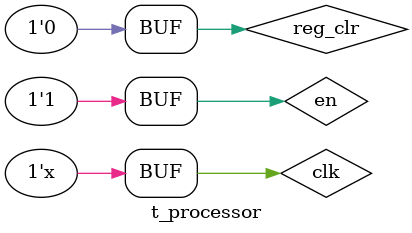
<source format=v>
`timescale 1ns / 1ps


module t_processor;

	// Inputs
	reg en;
	reg clk;
	reg reg_clr;

	// Outputs
	wire [7:0] bus_out;
	wire [7:0] output_reg;
	wire [7:0] Acc;
	wire [2:0] SC_cycle;

	// Instantiate the Unit Under Test (UUT)
	processor uut (
		.en(en), 
		.clk(clk), 
		.reg_clr(reg_clr), 
		.bus_out(bus_out), 
		.output_reg(output_reg), 
		.from_Acc(Acc), 
		.SC_cycle(SC_cycle)
	);

	always begin
	#5	clk = ~clk;
	end

	initial begin
		// Initialize Inputs
		en = 1;
		clk = 0;
		reg_clr = 1;        
		// Add stimulus here
		#100;
		reg_clr = 0;
		
		#300;
		reg_clr = 1;
		# 10;
		reg_clr=0;

	end
      
endmodule


</source>
